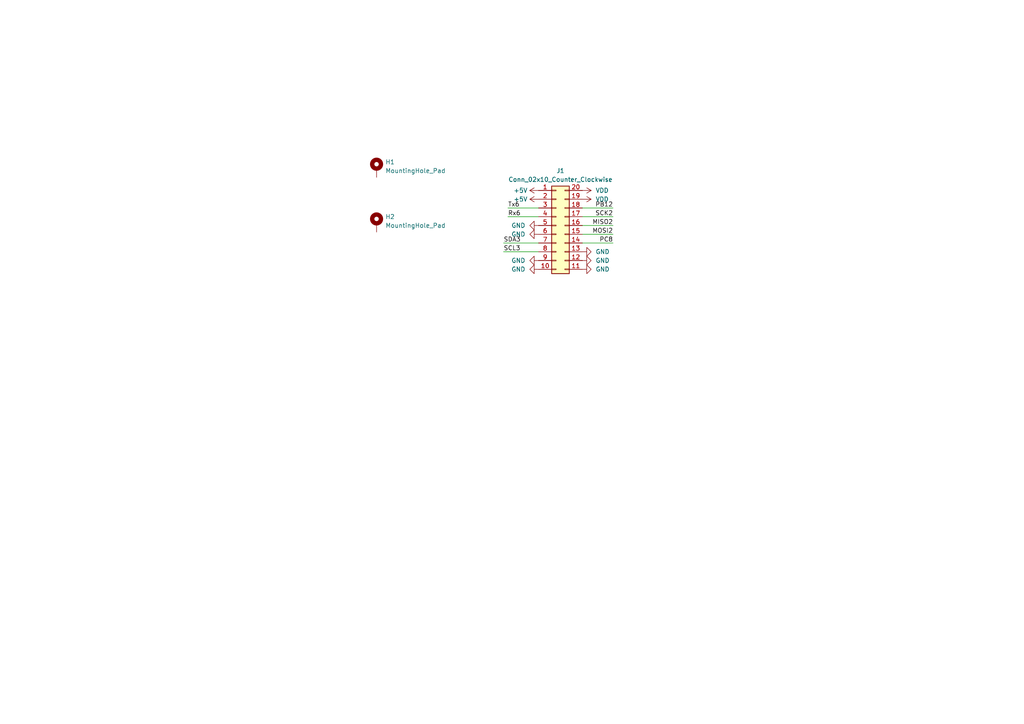
<source format=kicad_sch>
(kicad_sch (version 20230121) (generator eeschema)
  (paper "A4")
  (lib_symbols
    (symbol "Connector_Generic:Conn_02x10_Counter_Clockwise" (pin_names (offset 1.016) hide)
      (property "Reference" "J" (at 1.27 12.7 0))
      (property "Value" "Conn_02x10_Counter_Clockwise" (at 1.27 -15.24 0))
      (symbol "Conn_02x10_Counter_Clockwise_1_1"
        (rectangle (start -1.27 -12.573) (end 0 -12.827) (stroke (width 0.1524)))
        (rectangle (start -1.27 -10.033) (end 0 -10.287) (stroke (width 0.1524)))
        (rectangle (start -1.27 -7.493) (end 0 -7.747) (stroke (width 0.1524)))
        (rectangle (start -1.27 -4.953) (end 0 -5.207) (stroke (width 0.1524)))
        (rectangle (start -1.27 -2.413) (end 0 -2.667) (stroke (width 0.1524)))
        (rectangle (start -1.27 0.127) (end 0 -0.127) (stroke (width 0.1524)))
        (rectangle (start -1.27 2.667) (end 0 2.413) (stroke (width 0.1524)))
        (rectangle (start -1.27 5.207) (end 0 4.953) (stroke (width 0.1524)))
        (rectangle (start -1.27 7.747) (end 0 7.493) (stroke (width 0.1524)))
        (rectangle (start -1.27 10.287) (end 0 10.033) (stroke (width 0.1524)))
        (rectangle (start -1.27 11.43) (end 3.81 -13.97) (stroke (width 0.254)) (fill (type background)))
        (rectangle (start 3.81 -12.573) (end 2.54 -12.827) (stroke (width 0.1524)))
        (rectangle (start 3.81 -10.033) (end 2.54 -10.287) (stroke (width 0.1524)))
        (rectangle (start 3.81 -7.493) (end 2.54 -7.747) (stroke (width 0.1524)))
        (rectangle (start 3.81 -4.953) (end 2.54 -5.207) (stroke (width 0.1524)))
        (rectangle (start 3.81 -2.413) (end 2.54 -2.667) (stroke (width 0.1524)))
        (rectangle (start 3.81 0.127) (end 2.54 -0.127) (stroke (width 0.1524)))
        (rectangle (start 3.81 2.667) (end 2.54 2.413) (stroke (width 0.1524)))
        (rectangle (start 3.81 5.207) (end 2.54 4.953) (stroke (width 0.1524)))
        (rectangle (start 3.81 7.747) (end 2.54 7.493) (stroke (width 0.1524)))
        (rectangle (start 3.81 10.287) (end 2.54 10.033) (stroke (width 0.1524)))
        (pin passive line (at -5.08 10.16 0) (length 3.81) (name "Pin_1") (number "1"))
        (pin passive line (at -5.08 -12.7 0) (length 3.81) (name "Pin_10") (number "10"))
        (pin passive line (at 7.62 -12.7 180) (length 3.81) (name "Pin_11") (number "11"))
        (pin passive line (at 7.62 -10.16 180) (length 3.81) (name "Pin_12") (number "12"))
        (pin passive line (at 7.62 -7.62 180) (length 3.81) (name "Pin_13") (number "13"))
        (pin passive line (at 7.62 -5.08 180) (length 3.81) (name "Pin_14") (number "14"))
        (pin passive line (at 7.62 -2.54 180) (length 3.81) (name "Pin_15") (number "15"))
        (pin passive line (at 7.62 0 180) (length 3.81) (name "Pin_16") (number "16"))
        (pin passive line (at 7.62 2.54 180) (length 3.81) (name "Pin_17") (number "17"))
        (pin passive line (at 7.62 5.08 180) (length 3.81) (name "Pin_18") (number "18"))
        (pin passive line (at 7.62 7.62 180) (length 3.81) (name "Pin_19") (number "19"))
        (pin passive line (at -5.08 7.62 0) (length 3.81) (name "Pin_2") (number "2"))
        (pin passive line (at 7.62 10.16 180) (length 3.81) (name "Pin_20") (number "20"))
        (pin passive line (at -5.08 5.08 0) (length 3.81) (name "Pin_3") (number "3"))
        (pin passive line (at -5.08 2.54 0) (length 3.81) (name "Pin_4") (number "4"))
        (pin passive line (at -5.08 0 0) (length 3.81) (name "Pin_5") (number "5"))
        (pin passive line (at -5.08 -2.54 0) (length 3.81) (name "Pin_6") (number "6"))
        (pin passive line (at -5.08 -5.08 0) (length 3.81) (name "Pin_7") (number "7"))
        (pin passive line (at -5.08 -7.62 0) (length 3.81) (name "Pin_8") (number "8"))
        (pin passive line (at -5.08 -10.16 0) (length 3.81) (name "Pin_9") (number "9"))
      )
    )
    (symbol "GND_1" (power) (pin_names (offset 0))
      (property "Value" "GND_1" (at 0 -3.81 0))
      (symbol "GND_1_0_1"
        (polyline (pts (xy 0 0) (xy 0 -1.27) (xy 1.27 -1.27) (xy 0 -2.54) (xy -1.27 -1.27) (xy 0 -1.27)))
      )
      (symbol "GND_1_1_1"
        (pin power_in line (at 0 0 270) (length 0) hide (name "GND") (number "1"))
      )
    )
    (symbol "Mechanical:MountingHole_Pad" (pin_numbers hide) (pin_names (offset 1.016) hide)
      (property "Reference" "H" (at 0 6.35 0))
      (property "Value" "MountingHole_Pad" (at 0 4.445 0))
      (symbol "MountingHole_Pad_0_1"
        (circle (center 0 1.27) (radius 1.27) (stroke (width 1.27)))
      )
      (symbol "MountingHole_Pad_1_1"
        (pin input line (at 0 -2.54 90) (length 2.54) (name "1") (number "1"))
      )
    )
    (symbol "power:+5V" (power) (pin_names (offset 0))
      (property "Value" "+5V" (at 0 3.556 0))
      (symbol "+5V_0_1"
        (polyline (pts (xy -0.762 1.27) (xy 0 2.54)))
        (polyline (pts (xy 0 0) (xy 0 2.54)))
        (polyline (pts (xy 0 2.54) (xy 0.762 1.27)))
      )
      (symbol "+5V_1_1"
        (pin power_in line (at 0 0 90) (length 0) hide (name "+5V") (number "1"))
      )
    )
    (symbol "power:VDD" (power) (pin_names (offset 0))
      (property "Value" "VDD" (at 0 3.81 0))
      (symbol "VDD_0_1"
        (polyline (pts (xy -0.762 1.27) (xy 0 2.54)))
        (polyline (pts (xy 0 0) (xy 0 2.54)))
        (polyline (pts (xy 0 2.54) (xy 0.762 1.27)))
      )
      (symbol "VDD_1_1"
        (pin power_in line (at 0 0 90) (length 0) hide (name "VDD") (number "1"))
      )
    )
  )
  (wire (pts (xy 147.32 62.865) (xy 156.21 62.865)))
  (wire (pts (xy 177.8 62.865) (xy 168.91 62.865)))
  (wire (pts (xy 146.05 70.485) (xy 156.21 70.485)))
  (wire (pts (xy 177.8 60.325) (xy 168.91 60.325)))
  (wire (pts (xy 168.91 65.405) (xy 177.8 65.405)))
  (wire (pts (xy 177.8 67.945) (xy 168.91 67.945)))
  (wire (pts (xy 177.8 70.485) (xy 168.91 70.485)))
  (wire (pts (xy 146.05 73.025) (xy 156.21 73.025)))
  (wire (pts (xy 147.32 60.325) (xy 156.21 60.325)))
  (label "PB12" (at 177.8 60.325 180))
  (label "MISO2" (at 177.8 65.405 180))
  (label "PC8" (at 177.8 70.485 180))
  (label "Tx6" (at 147.32 60.325 0))
  (label "Rx6" (at 147.32 62.865 0))
  (label "SCK2" (at 177.8 62.865 180))
  (label "SCL3" (at 146.05 73.025 0))
  (label "MOSI2" (at 177.8 67.945 180))
  (label "SDA3" (at 146.05 70.485 0))
  (symbol (lib_name "GND_1") (lib_id "power:GND") (at 168.91 73.025 90) (unit 1)
    (property "Reference" "#PWR07" (effects hide))
    (property "Value" "GND" (at 172.72 73.025 90) (effects (justify right)))
  )
  (symbol (lib_id "Mechanical:MountingHole_Pad") (at 109.22 48.895 0) (unit 1)
    (property "Reference" "H1" (at 111.76 46.99 0) (effects (justify left)))
    (property "Value" "MountingHole_Pad" (at 111.76 49.53 0) (effects (justify left)))
    (property "Footprint" "Jimmy_Library:MountingHole_M2_2.2x5mm_pad" (effects hide))
  )
  (symbol (lib_id "Connector_Generic:Conn_02x10_Counter_Clockwise") (at 161.29 65.405 0) (unit 1)
    (property "Reference" "J1" (at 162.56 49.53 0))
    (property "Value" "Conn_02x10_Counter_Clockwise" (at 162.56 52.07 0))
    (property "Footprint" "JConnector:BTB_0.8mm_2x10pin_Male" (effects hide))
  )
  (symbol (lib_name "GND_1") (lib_id "power:GND") (at 156.21 75.565 270) (unit 1)
    (property "Reference" "#PWR08" (effects hide))
    (property "Value" "GND" (at 152.4 75.565 90) (effects (justify right)))
  )
  (symbol (lib_id "power:+5V") (at 156.21 57.785 90) (unit 1)
    (property "Reference" "#PWR03" (effects hide))
    (property "Value" "+5V" (at 153.035 57.785 90) (effects (justify left)))
  )
  (symbol (lib_name "GND_1") (lib_id "power:GND") (at 168.91 75.565 90) (unit 1)
    (property "Reference" "#PWR09" (effects hide))
    (property "Value" "GND" (at 172.72 75.565 90) (effects (justify right)))
  )
  (symbol (lib_name "GND_1") (lib_id "power:GND") (at 156.21 78.105 270) (unit 1)
    (property "Reference" "#PWR010" (effects hide))
    (property "Value" "GND" (at 152.4 78.105 90) (effects (justify right)))
  )
  (symbol (lib_id "power:VDD") (at 168.91 55.245 270) (unit 1)
    (property "Reference" "#PWR02" (effects hide))
    (property "Value" "VDD" (at 172.72 55.245 90) (effects (justify left)))
  )
  (symbol (lib_name "GND_1") (lib_id "power:GND") (at 168.91 78.105 90) (unit 1)
    (property "Reference" "#PWR011" (effects hide))
    (property "Value" "GND" (at 172.72 78.105 90) (effects (justify right)))
  )
  (symbol (lib_name "GND_1") (lib_id "power:GND") (at 156.21 65.405 270) (unit 1)
    (property "Reference" "#PWR05" (effects hide))
    (property "Value" "GND" (at 152.4 65.405 90) (effects (justify right)))
  )
  (symbol (lib_id "power:+5V") (at 156.21 55.245 90) (unit 1)
    (property "Reference" "#PWR01" (effects hide))
    (property "Value" "+5V" (at 153.035 55.245 90) (effects (justify left)))
  )
  (symbol (lib_id "power:VDD") (at 168.91 57.785 270) (unit 1)
    (property "Reference" "#PWR04" (effects hide))
    (property "Value" "VDD" (at 172.72 57.785 90) (effects (justify left)))
  )
  (symbol (lib_id "Mechanical:MountingHole_Pad") (at 109.22 64.77 0) (unit 1)
    (property "Reference" "H2" (at 111.76 62.865 0) (effects (justify left)))
    (property "Value" "MountingHole_Pad" (at 111.76 65.405 0) (effects (justify left)))
    (property "Footprint" "Jimmy_Library:MountingHole_M2_2.2x5mm_pad" (effects hide))
  )
  (symbol (lib_name "GND_1") (lib_id "power:GND") (at 156.21 67.945 270) (unit 1)
    (property "Reference" "#PWR06" (effects hide))
    (property "Value" "GND" (at 152.4 67.945 90) (effects (justify right)))
  )
)
</source>
